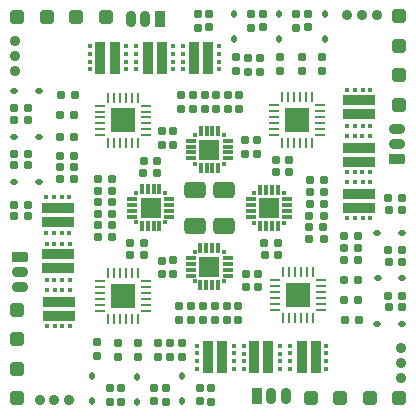
<source format=gbr>
G04 #@! TF.GenerationSoftware,KiCad,Pcbnew,8.0.0-8.0.0-1~ubuntu22.04.1*
G04 #@! TF.CreationDate,2024-03-02T20:13:00+07:00*
G04 #@! TF.ProjectId,FC_ESC_STM32F405RG_26x26,46435f45-5343-45f5-9354-4d3332463430,rev?*
G04 #@! TF.SameCoordinates,Original*
G04 #@! TF.FileFunction,Soldermask,Bot*
G04 #@! TF.FilePolarity,Negative*
%FSLAX46Y46*%
G04 Gerber Fmt 4.6, Leading zero omitted, Abs format (unit mm)*
G04 Created by KiCad (PCBNEW 8.0.0-8.0.0-1~ubuntu22.04.1) date 2024-03-02 20:13:00*
%MOMM*%
%LPD*%
G01*
G04 APERTURE LIST*
G04 Aperture macros list*
%AMRoundRect*
0 Rectangle with rounded corners*
0 $1 Rounding radius*
0 $2 $3 $4 $5 $6 $7 $8 $9 X,Y pos of 4 corners*
0 Add a 4 corners polygon primitive as box body*
4,1,4,$2,$3,$4,$5,$6,$7,$8,$9,$2,$3,0*
0 Add four circle primitives for the rounded corners*
1,1,$1+$1,$2,$3*
1,1,$1+$1,$4,$5*
1,1,$1+$1,$6,$7*
1,1,$1+$1,$8,$9*
0 Add four rect primitives between the rounded corners*
20,1,$1+$1,$2,$3,$4,$5,0*
20,1,$1+$1,$4,$5,$6,$7,0*
20,1,$1+$1,$6,$7,$8,$9,0*
20,1,$1+$1,$8,$9,$2,$3,0*%
G04 Aperture macros list end*
%ADD10C,0.900000*%
%ADD11RoundRect,0.155000X-0.155000X0.212500X-0.155000X-0.212500X0.155000X-0.212500X0.155000X0.212500X0*%
%ADD12R,0.300000X0.300000*%
%ADD13R,0.300000X0.900000*%
%ADD14R,0.900000X0.300000*%
%ADD15R,1.800000X1.800000*%
%ADD16RoundRect,0.160000X-0.160000X0.197500X-0.160000X-0.197500X0.160000X-0.197500X0.160000X0.197500X0*%
%ADD17RoundRect,0.112500X0.187500X0.112500X-0.187500X0.112500X-0.187500X-0.112500X0.187500X-0.112500X0*%
%ADD18RoundRect,0.300000X-0.300000X0.300000X-0.300000X-0.300000X0.300000X-0.300000X0.300000X0.300000X0*%
%ADD19RoundRect,0.160000X0.197500X0.160000X-0.197500X0.160000X-0.197500X-0.160000X0.197500X-0.160000X0*%
%ADD20RoundRect,0.112500X-0.187500X-0.112500X0.187500X-0.112500X0.187500X0.112500X-0.187500X0.112500X0*%
%ADD21R,0.450000X0.450000*%
%ADD22R,2.760000X0.900000*%
%ADD23R,2.760000X0.970000*%
%ADD24RoundRect,0.112500X0.112500X-0.187500X0.112500X0.187500X-0.112500X0.187500X-0.112500X-0.187500X0*%
%ADD25RoundRect,0.155000X0.212500X0.155000X-0.212500X0.155000X-0.212500X-0.155000X0.212500X-0.155000X0*%
%ADD26R,0.900000X2.760000*%
%ADD27R,0.970000X2.760000*%
%ADD28RoundRect,0.225000X-0.475000X0.225000X-0.475000X-0.225000X0.475000X-0.225000X0.475000X0.225000X0*%
%ADD29O,1.400000X0.900000*%
%ADD30RoundRect,0.160000X-0.197500X-0.160000X0.197500X-0.160000X0.197500X0.160000X-0.197500X0.160000X0*%
%ADD31RoundRect,0.155000X-0.212500X-0.155000X0.212500X-0.155000X0.212500X0.155000X-0.212500X0.155000X0*%
%ADD32RoundRect,0.155000X0.155000X-0.212500X0.155000X0.212500X-0.155000X0.212500X-0.155000X-0.212500X0*%
%ADD33RoundRect,0.112500X-0.112500X0.187500X-0.112500X-0.187500X0.112500X-0.187500X0.112500X0.187500X0*%
%ADD34RoundRect,0.160000X0.160000X-0.197500X0.160000X0.197500X-0.160000X0.197500X-0.160000X-0.197500X0*%
%ADD35RoundRect,0.225000X0.475000X-0.225000X0.475000X0.225000X-0.475000X0.225000X-0.475000X-0.225000X0*%
%ADD36RoundRect,0.300000X-0.300000X-0.300000X0.300000X-0.300000X0.300000X0.300000X-0.300000X0.300000X0*%
%ADD37RoundRect,0.062500X0.062500X-0.375000X0.062500X0.375000X-0.062500X0.375000X-0.062500X-0.375000X0*%
%ADD38RoundRect,0.062500X0.375000X-0.062500X0.375000X0.062500X-0.375000X0.062500X-0.375000X-0.062500X0*%
%ADD39R,2.150000X2.150000*%
%ADD40RoundRect,0.062500X0.375000X0.062500X-0.375000X0.062500X-0.375000X-0.062500X0.375000X-0.062500X0*%
%ADD41RoundRect,0.062500X0.062500X0.375000X-0.062500X0.375000X-0.062500X-0.375000X0.062500X-0.375000X0*%
%ADD42RoundRect,0.062500X-0.062500X0.375000X-0.062500X-0.375000X0.062500X-0.375000X0.062500X0.375000X0*%
%ADD43RoundRect,0.062500X-0.375000X0.062500X-0.375000X-0.062500X0.375000X-0.062500X0.375000X0.062500X0*%
%ADD44RoundRect,0.225000X0.225000X0.475000X-0.225000X0.475000X-0.225000X-0.475000X0.225000X-0.475000X0*%
%ADD45O,0.900000X1.400000*%
%ADD46RoundRect,0.225000X-0.225000X-0.475000X0.225000X-0.475000X0.225000X0.475000X-0.225000X0.475000X0*%
%ADD47RoundRect,0.300000X0.300000X0.300000X-0.300000X0.300000X-0.300000X-0.300000X0.300000X-0.300000X0*%
%ADD48RoundRect,0.062500X-0.375000X-0.062500X0.375000X-0.062500X0.375000X0.062500X-0.375000X0.062500X0*%
%ADD49RoundRect,0.062500X-0.062500X-0.375000X0.062500X-0.375000X0.062500X0.375000X-0.062500X0.375000X0*%
%ADD50RoundRect,0.300000X0.300000X-0.300000X0.300000X0.300000X-0.300000X0.300000X-0.300000X-0.300000X0*%
%ADD51RoundRect,0.250000X-0.650000X0.412500X-0.650000X-0.412500X0.650000X-0.412500X0.650000X0.412500X0*%
G04 APERTURE END LIST*
D10*
X203700500Y-96457500D03*
X202450500Y-96457500D03*
X201200500Y-96457500D03*
X231755700Y-92088900D03*
X231755700Y-93338900D03*
X231755700Y-94588900D03*
X199150500Y-68582500D03*
X199150500Y-67332500D03*
X199150500Y-66082500D03*
X227220500Y-63832500D03*
X228470500Y-63832500D03*
X229720500Y-63832500D03*
D11*
X212527900Y-73702500D03*
X212527900Y-74837500D03*
X207117700Y-95475000D03*
X207117700Y-96610000D03*
D12*
X221850500Y-81457500D03*
D13*
X221350500Y-81757500D03*
X220850500Y-81757500D03*
X220350500Y-81757500D03*
X219850500Y-81757500D03*
D12*
X219350500Y-81457500D03*
D14*
X219050500Y-80957500D03*
X219050500Y-80457500D03*
X219050500Y-79957500D03*
X219050500Y-79457500D03*
D12*
X219350500Y-78957500D03*
D13*
X219850500Y-78657500D03*
X220350500Y-78657500D03*
X220850500Y-78657500D03*
X221350500Y-78657500D03*
D12*
X221850500Y-78957500D03*
D14*
X222150500Y-79457500D03*
X222150500Y-79957500D03*
X222150500Y-80457500D03*
X222150500Y-80957500D03*
D15*
X220600500Y-80207500D03*
D16*
X206076300Y-91547600D03*
X206076300Y-92742600D03*
D17*
X231891300Y-90036900D03*
X229791300Y-90036900D03*
D18*
X224154100Y-96336100D03*
X226654100Y-96336100D03*
X229154100Y-96336100D03*
X231654100Y-96336100D03*
D16*
X211257900Y-91623800D03*
X211257900Y-92818800D03*
X218100500Y-70637500D03*
X218100500Y-71832500D03*
X216150500Y-70612500D03*
X216150500Y-71807500D03*
D19*
X204145900Y-72333100D03*
X202950900Y-72333100D03*
D20*
X199031900Y-74187300D03*
X201131900Y-74187300D03*
D21*
X203774700Y-90222900D03*
X203124700Y-90222900D03*
D22*
X202799700Y-89346900D03*
D21*
X202474700Y-90222900D03*
X201824700Y-90222900D03*
D23*
X202799700Y-88131900D03*
D21*
X203124700Y-87150900D03*
X202474700Y-87150900D03*
X201824700Y-87150900D03*
X203774700Y-87150900D03*
D24*
X213289900Y-96573300D03*
X213289900Y-94473300D03*
D25*
X222306900Y-76157500D03*
X221171900Y-76157500D03*
D21*
X212459900Y-66506700D03*
X212459900Y-67156700D03*
D26*
X211583900Y-67481700D03*
D21*
X212459900Y-67806700D03*
X212459900Y-68456700D03*
D27*
X210368900Y-67481700D03*
D21*
X209387900Y-67156700D03*
X209387900Y-67806700D03*
X209387900Y-68456700D03*
X209387900Y-66506700D03*
D28*
X199525500Y-84382500D03*
D29*
X199525500Y-85632500D03*
X199525500Y-86882500D03*
D19*
X200237500Y-76600000D03*
X199042500Y-76600000D03*
D20*
X199050500Y-78048100D03*
X201150500Y-78048100D03*
D11*
X210902300Y-95455000D03*
X210902300Y-96590000D03*
D19*
X207325500Y-82657500D03*
X206130500Y-82657500D03*
X204171300Y-70605900D03*
X202976300Y-70605900D03*
D21*
X218463300Y-93831300D03*
X218463300Y-93181300D03*
D26*
X219339300Y-92856300D03*
D21*
X218463300Y-92531300D03*
X218463300Y-91881300D03*
D27*
X220554300Y-92856300D03*
D21*
X221535300Y-93181300D03*
X221535300Y-92531300D03*
X221535300Y-91881300D03*
X221535300Y-93831300D03*
D25*
X200195000Y-71748900D03*
X199060000Y-71748900D03*
X231887500Y-88589100D03*
X230752500Y-88589100D03*
D30*
X227017650Y-89732100D03*
X228212650Y-89732100D03*
D31*
X230756400Y-80384900D03*
X231891400Y-80384900D03*
D17*
X231891300Y-82340700D03*
X229791300Y-82340700D03*
D19*
X231897500Y-79394300D03*
X230702500Y-79394300D03*
D30*
X224055400Y-79832700D03*
X225250400Y-79832700D03*
D20*
X199048700Y-70326500D03*
X201148700Y-70326500D03*
D25*
X200193000Y-79932500D03*
X199058000Y-79932500D03*
D19*
X200237500Y-72739500D03*
X199042500Y-72739500D03*
D24*
X209479900Y-96607500D03*
X209479900Y-94507500D03*
D25*
X221375800Y-84182500D03*
X220240800Y-84182500D03*
D16*
X207828900Y-91598400D03*
X207828900Y-92793400D03*
D25*
X211130900Y-76193900D03*
X209995900Y-76193900D03*
D19*
X204145900Y-74161900D03*
X202950900Y-74161900D03*
D32*
X219650500Y-86907500D03*
X219650500Y-85772500D03*
D11*
X211527500Y-84668800D03*
X211527500Y-85803800D03*
D30*
X226967200Y-87982500D03*
X228162200Y-87982500D03*
D21*
X201764100Y-79294100D03*
X202414100Y-79294100D03*
D22*
X202739100Y-80170100D03*
D21*
X203064100Y-79294100D03*
X203714100Y-79294100D03*
D23*
X202739100Y-81385100D03*
D21*
X202414100Y-82366100D03*
X203064100Y-82366100D03*
X203714100Y-82366100D03*
X201764100Y-82366100D03*
X214547900Y-93805900D03*
X214547900Y-93155900D03*
D26*
X215423900Y-92830900D03*
D21*
X214547900Y-92505900D03*
X214547900Y-91855900D03*
D27*
X216638900Y-92830900D03*
D21*
X217619900Y-93155900D03*
X217619900Y-92505900D03*
X217619900Y-91855900D03*
X217619900Y-93805900D03*
D33*
X217633300Y-63773300D03*
X217633300Y-65873300D03*
D16*
X214570000Y-63762500D03*
X214570000Y-64957500D03*
D19*
X204133400Y-76762500D03*
X202938400Y-76762500D03*
D30*
X224037900Y-82807700D03*
X225232900Y-82807700D03*
X206128000Y-77757500D03*
X207323000Y-77757500D03*
D32*
X218700500Y-86915000D03*
X218700500Y-85780000D03*
D25*
X231897500Y-84750000D03*
X230762500Y-84750000D03*
D16*
X212232900Y-91623800D03*
X212232900Y-92818800D03*
D32*
X219614500Y-75618400D03*
X219614500Y-74483400D03*
D11*
X214750000Y-95452500D03*
X214750000Y-96587500D03*
D16*
X209556100Y-91598400D03*
X209556100Y-92793400D03*
D21*
X229190300Y-81096100D03*
X228540300Y-81096100D03*
D22*
X228215300Y-80220100D03*
D21*
X227890300Y-81096100D03*
X227240300Y-81096100D03*
D23*
X228215300Y-79005100D03*
D21*
X228540300Y-78024100D03*
X227890300Y-78024100D03*
X227240300Y-78024100D03*
X229190300Y-78024100D03*
D30*
X206128000Y-79732500D03*
X207323000Y-79732500D03*
D19*
X207325500Y-78757500D03*
X206130500Y-78757500D03*
D30*
X206125500Y-80682500D03*
X207320500Y-80682500D03*
D16*
X213975500Y-88532500D03*
X213975500Y-89727500D03*
D19*
X204145900Y-75787500D03*
X202950900Y-75787500D03*
D33*
X225329500Y-63782500D03*
X225329500Y-65882500D03*
D34*
X218025500Y-89705000D03*
X218025500Y-88510000D03*
D19*
X221405800Y-83204300D03*
X220210800Y-83204300D03*
D17*
X231908100Y-86176100D03*
X229808100Y-86176100D03*
D21*
X229179900Y-77188545D03*
X228529900Y-77188545D03*
D22*
X228204900Y-76312545D03*
D21*
X227879900Y-77188545D03*
X227229900Y-77188545D03*
D23*
X228204900Y-75097545D03*
D21*
X228529900Y-74116545D03*
X227879900Y-74116545D03*
X227229900Y-74116545D03*
X229179900Y-74116545D03*
D19*
X204133400Y-77727700D03*
X202938400Y-77727700D03*
D34*
X212975500Y-89727500D03*
X212975500Y-88532500D03*
D35*
X231450900Y-76046900D03*
D29*
X231450900Y-74796900D03*
X231450900Y-73546900D03*
D12*
X209340000Y-78930000D03*
D13*
X209840000Y-78630000D03*
X210340000Y-78630000D03*
X210840000Y-78630000D03*
X211340000Y-78630000D03*
D12*
X211840000Y-78930000D03*
D14*
X212140000Y-79430000D03*
X212140000Y-79930000D03*
X212140000Y-80430000D03*
X212140000Y-80930000D03*
D12*
X211840000Y-81430000D03*
D13*
X211340000Y-81730000D03*
X210840000Y-81730000D03*
X210340000Y-81730000D03*
X209840000Y-81730000D03*
D12*
X209340000Y-81430000D03*
D14*
X209040000Y-80930000D03*
X209040000Y-80430000D03*
X209040000Y-79930000D03*
X209040000Y-79430000D03*
D15*
X210590000Y-80180000D03*
D30*
X230712500Y-83788500D03*
X231907500Y-83788500D03*
D34*
X215025500Y-89730000D03*
X215025500Y-88535000D03*
D36*
X231650500Y-71485700D03*
X231650500Y-68985700D03*
X231650500Y-66485700D03*
X231650500Y-63985700D03*
D30*
X226967200Y-86303100D03*
X228162200Y-86303100D03*
X226979300Y-83600900D03*
X228174300Y-83600900D03*
D21*
X216367345Y-66506700D03*
X216367345Y-67156700D03*
D26*
X215491345Y-67481700D03*
D21*
X216367345Y-67806700D03*
X216367345Y-68456700D03*
D27*
X214276345Y-67481700D03*
D21*
X213295345Y-67156700D03*
X213295345Y-67806700D03*
X213295345Y-68456700D03*
X213295345Y-66506700D03*
D37*
X224250000Y-74687500D03*
X223750000Y-74687500D03*
X223250000Y-74687500D03*
X222750000Y-74687500D03*
X222250000Y-74687500D03*
X221750000Y-74687500D03*
D38*
X221062500Y-74000000D03*
X221062500Y-73500000D03*
X221062500Y-73000000D03*
X221062500Y-72500000D03*
X221062500Y-72000000D03*
X221062500Y-71500000D03*
D37*
X221750000Y-70812500D03*
X222250000Y-70812500D03*
X222750000Y-70812500D03*
X223250000Y-70812500D03*
X223750000Y-70812500D03*
X224250000Y-70812500D03*
D38*
X224937500Y-71500000D03*
X224937500Y-72000000D03*
X224937500Y-72500000D03*
X224937500Y-73000000D03*
X224937500Y-73500000D03*
X224937500Y-74000000D03*
D39*
X223000000Y-72750000D03*
D19*
X225230400Y-80848700D03*
X224035400Y-80848700D03*
D40*
X210197500Y-71540000D03*
X210197500Y-72040000D03*
X210197500Y-72540000D03*
X210197500Y-73040000D03*
X210197500Y-73540000D03*
X210197500Y-74040000D03*
D41*
X209510000Y-74727500D03*
X209010000Y-74727500D03*
X208510000Y-74727500D03*
X208010000Y-74727500D03*
X207510000Y-74727500D03*
X207010000Y-74727500D03*
D40*
X206322500Y-74040000D03*
X206322500Y-73540000D03*
X206322500Y-73040000D03*
X206322500Y-72540000D03*
X206322500Y-72040000D03*
X206322500Y-71540000D03*
D41*
X207010000Y-70852500D03*
X207510000Y-70852500D03*
X208010000Y-70852500D03*
X208510000Y-70852500D03*
X209010000Y-70852500D03*
X209510000Y-70852500D03*
D39*
X208260000Y-72790000D03*
D42*
X206990000Y-85702500D03*
X207490000Y-85702500D03*
X207990000Y-85702500D03*
X208490000Y-85702500D03*
X208990000Y-85702500D03*
X209490000Y-85702500D03*
D43*
X210177500Y-86390000D03*
X210177500Y-86890000D03*
X210177500Y-87390000D03*
X210177500Y-87890000D03*
X210177500Y-88390000D03*
X210177500Y-88890000D03*
D42*
X209490000Y-89577500D03*
X208990000Y-89577500D03*
X208490000Y-89577500D03*
X207990000Y-89577500D03*
X207490000Y-89577500D03*
X206990000Y-89577500D03*
D43*
X206302500Y-88890000D03*
X206302500Y-88390000D03*
X206302500Y-87890000D03*
X206302500Y-87390000D03*
X206302500Y-86890000D03*
X206302500Y-86390000D03*
D39*
X208240000Y-87640000D03*
D24*
X205669900Y-96573300D03*
X205669900Y-94473300D03*
D19*
X225247900Y-77857700D03*
X224052900Y-77857700D03*
D21*
X205458500Y-68456700D03*
X205458500Y-67806700D03*
D26*
X206334500Y-67481700D03*
D21*
X205458500Y-67156700D03*
X205458500Y-66506700D03*
D27*
X207549500Y-67481700D03*
D21*
X208530500Y-67806700D03*
X208530500Y-67156700D03*
X208530500Y-66506700D03*
X208530500Y-68456700D03*
D34*
X211867500Y-96607500D03*
X211867500Y-95412500D03*
D30*
X230702500Y-87620000D03*
X231897500Y-87620000D03*
D16*
X217025500Y-88510000D03*
X217025500Y-89705000D03*
D21*
X225481900Y-91871500D03*
X225481900Y-92521500D03*
D26*
X224605900Y-92846500D03*
D21*
X225481900Y-93171500D03*
X225481900Y-93821500D03*
D27*
X223390900Y-92846500D03*
D21*
X222409900Y-92521500D03*
X222409900Y-93171500D03*
X222409900Y-93821500D03*
X222409900Y-91871500D03*
D34*
X219817700Y-68662500D03*
X219817700Y-67467500D03*
D25*
X222306900Y-77157500D03*
X221171900Y-77157500D03*
D34*
X215175500Y-71810000D03*
X215175500Y-70615000D03*
D16*
X222930000Y-63762500D03*
X222930000Y-64957500D03*
X213207900Y-91598800D03*
X213207900Y-92793800D03*
D44*
X211400500Y-64232500D03*
D45*
X210150500Y-64232500D03*
X208900500Y-64232500D03*
D30*
X226974400Y-82614700D03*
X228169400Y-82614700D03*
D32*
X223907100Y-64897500D03*
X223907100Y-63762500D03*
D21*
X227250100Y-70187500D03*
X227900100Y-70187500D03*
D22*
X228225100Y-71063500D03*
D21*
X228550100Y-70187500D03*
X229200100Y-70187500D03*
D23*
X228225100Y-72278500D03*
D21*
X227900100Y-73259500D03*
X228550100Y-73259500D03*
X229200100Y-73259500D03*
X227250100Y-73259500D03*
D30*
X199045500Y-80907500D03*
X200240500Y-80907500D03*
D31*
X208865500Y-84182500D03*
X210000500Y-84182500D03*
D16*
X218623900Y-74428000D03*
X218623900Y-75623000D03*
D32*
X215500000Y-64907500D03*
X215500000Y-63772500D03*
D46*
X219575500Y-96082500D03*
D45*
X220825500Y-96082500D03*
X222075500Y-96082500D03*
D47*
X199300500Y-88826900D03*
X199300500Y-91326900D03*
X199300500Y-93826900D03*
X199300500Y-96326900D03*
D48*
X221142500Y-88817500D03*
X221142500Y-88317500D03*
X221142500Y-87817500D03*
X221142500Y-87317500D03*
X221142500Y-86817500D03*
X221142500Y-86317500D03*
D49*
X221830000Y-85630000D03*
X222330000Y-85630000D03*
X222830000Y-85630000D03*
X223330000Y-85630000D03*
X223830000Y-85630000D03*
X224330000Y-85630000D03*
D48*
X225017500Y-86317500D03*
X225017500Y-86817500D03*
X225017500Y-87317500D03*
X225017500Y-87817500D03*
X225017500Y-88317500D03*
X225017500Y-88817500D03*
D49*
X224330000Y-89505000D03*
X223830000Y-89505000D03*
X223330000Y-89505000D03*
X222830000Y-89505000D03*
X222330000Y-89505000D03*
X221830000Y-89505000D03*
D39*
X223080000Y-87567500D03*
D30*
X224052500Y-78857700D03*
X225247500Y-78857700D03*
D34*
X217125500Y-71807500D03*
X217125500Y-70612500D03*
X208057500Y-96617500D03*
X208057500Y-95422500D03*
D31*
X199052500Y-75640000D03*
X200187500Y-75640000D03*
D50*
X206780000Y-64010000D03*
X204280000Y-64010000D03*
X201780000Y-64010000D03*
X199280000Y-64010000D03*
D12*
X216825500Y-74007500D03*
D14*
X217125500Y-74507500D03*
X217125500Y-75007500D03*
X217125500Y-75507500D03*
X217125500Y-76007500D03*
D12*
X216825500Y-76507500D03*
D13*
X216325500Y-76807500D03*
X215825500Y-76807500D03*
X215325500Y-76807500D03*
X214825500Y-76807500D03*
D12*
X214325500Y-76507500D03*
D14*
X214025500Y-76007500D03*
X214025500Y-75507500D03*
X214025500Y-75007500D03*
X214025500Y-74507500D03*
D12*
X214325500Y-74007500D03*
D13*
X214825500Y-73707500D03*
X215325500Y-73707500D03*
X215825500Y-73707500D03*
X216325500Y-73707500D03*
D15*
X215575500Y-75257500D03*
D34*
X223449900Y-68638000D03*
X223449900Y-67443000D03*
D12*
X214310000Y-86430000D03*
D14*
X214010000Y-85930000D03*
X214010000Y-85430000D03*
X214010000Y-84930000D03*
X214010000Y-84430000D03*
D12*
X214310000Y-83930000D03*
D13*
X214810000Y-83630000D03*
X215310000Y-83630000D03*
X215810000Y-83630000D03*
X216310000Y-83630000D03*
D12*
X216810000Y-83930000D03*
D14*
X217110000Y-84430000D03*
X217110000Y-84930000D03*
X217110000Y-85430000D03*
X217110000Y-85930000D03*
D12*
X216810000Y-86430000D03*
D13*
X216310000Y-86730000D03*
X215810000Y-86730000D03*
X215310000Y-86730000D03*
X214810000Y-86730000D03*
D15*
X215560000Y-85180000D03*
D34*
X225096545Y-68624700D03*
X225096545Y-67429700D03*
D51*
X214387900Y-78645000D03*
X214387900Y-81770000D03*
D34*
X221570300Y-68637500D03*
X221570300Y-67442500D03*
D30*
X209974600Y-77209900D03*
X211169600Y-77209900D03*
D34*
X218852500Y-68662500D03*
X218852500Y-67467500D03*
X216025500Y-89727500D03*
X216025500Y-88532500D03*
D33*
X221494100Y-63782500D03*
X221494100Y-65882500D03*
D16*
X214175500Y-70610000D03*
X214175500Y-71805000D03*
D32*
X220071700Y-64892500D03*
X220071700Y-63757500D03*
D11*
X211575500Y-73707500D03*
X211575500Y-74842500D03*
D34*
X212502500Y-85821700D03*
X212502500Y-84626700D03*
D30*
X224032900Y-81832700D03*
X225227900Y-81832700D03*
D34*
X215728300Y-96607500D03*
X215728300Y-95412500D03*
D21*
X201783700Y-83229700D03*
X202433700Y-83229700D03*
D22*
X202758700Y-84105700D03*
D21*
X203083700Y-83229700D03*
X203733700Y-83229700D03*
D23*
X202758700Y-85320700D03*
D21*
X202433700Y-86301700D03*
X203083700Y-86301700D03*
X203733700Y-86301700D03*
X201783700Y-86301700D03*
D16*
X213150500Y-70610000D03*
X213150500Y-71805000D03*
D30*
X226979300Y-84575900D03*
X228174300Y-84575900D03*
D19*
X207320500Y-81657500D03*
X206125500Y-81657500D03*
D34*
X217861500Y-68644100D03*
X217861500Y-67449100D03*
D31*
X208865500Y-83207500D03*
X210000500Y-83207500D03*
D16*
X219096700Y-63762500D03*
X219096700Y-64957500D03*
D51*
X216775500Y-78645000D03*
X216775500Y-81770000D03*
M02*

</source>
